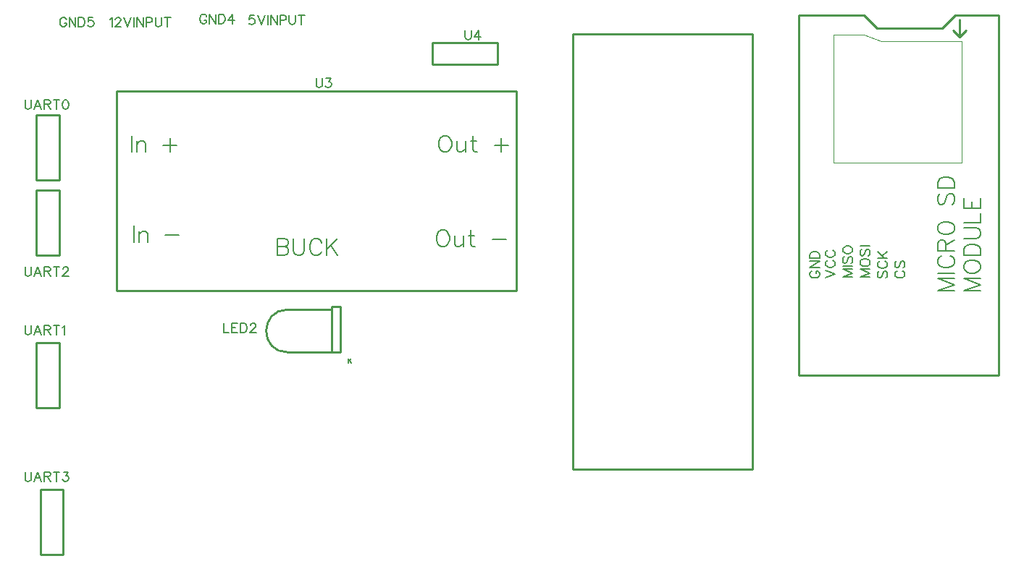
<source format=gto>
G04 Layer: TopSilkscreenLayer*
G04 EasyEDA v6.5.9, 2022-08-08 08:54:15*
G04 dbf975fc70ca49248872ab73744ea534,d11c6626c55947548156d30ff75eed07,10*
G04 Gerber Generator version 0.2*
G04 Scale: 100 percent, Rotated: No, Reflected: No *
G04 Dimensions in millimeters *
G04 leading zeros omitted , absolute positions ,4 integer and 5 decimal *
%FSLAX45Y45*%
%MOMM*%

%ADD10C,0.2030*%
%ADD11C,0.2032*%
%ADD12C,0.1524*%
%ADD13C,0.1016*%
%ADD14C,0.2540*%
%ADD15C,0.0112*%

%LPD*%
D10*
X9405848Y3777498D02*
G01*
X9394926Y3772164D01*
X9384004Y3761242D01*
X9378416Y3750320D01*
X9378416Y3728476D01*
X9384004Y3717554D01*
X9394926Y3706632D01*
X9405848Y3701044D01*
X9422104Y3695710D01*
X9449282Y3695710D01*
X9465792Y3701044D01*
X9476714Y3706632D01*
X9487636Y3717554D01*
X9492970Y3728476D01*
X9492970Y3750320D01*
X9487636Y3761242D01*
X9476714Y3772164D01*
X9465792Y3777498D01*
X9449282Y3777498D01*
X9449282Y3750320D02*
G01*
X9449282Y3777498D01*
X9378416Y3813566D02*
G01*
X9492970Y3813566D01*
X9378416Y3813566D02*
G01*
X9492970Y3889766D01*
X9378416Y3889766D02*
G01*
X9492970Y3889766D01*
X9378416Y3925834D02*
G01*
X9492970Y3925834D01*
X9378416Y3925834D02*
G01*
X9378416Y3963934D01*
X9384004Y3980444D01*
X9394926Y3991366D01*
X9405848Y3996700D01*
X9422104Y4002288D01*
X9449282Y4002288D01*
X9465792Y3996700D01*
X9476714Y3991366D01*
X9487636Y3980444D01*
X9492970Y3963934D01*
X9492970Y3925834D01*
D11*
X9561047Y3695684D02*
G01*
X9675601Y3739372D01*
X9561047Y3783060D02*
G01*
X9675601Y3739372D01*
X9588479Y3900662D02*
G01*
X9577557Y3895328D01*
X9566635Y3884406D01*
X9561047Y3873484D01*
X9561047Y3851640D01*
X9566635Y3840718D01*
X9577557Y3829796D01*
X9588479Y3824462D01*
X9604735Y3818874D01*
X9631913Y3818874D01*
X9648423Y3824462D01*
X9659345Y3829796D01*
X9670267Y3840718D01*
X9675601Y3851640D01*
X9675601Y3873484D01*
X9670267Y3884406D01*
X9659345Y3895328D01*
X9648423Y3900662D01*
X9588479Y4018518D02*
G01*
X9577557Y4013184D01*
X9566635Y4002262D01*
X9561047Y3991340D01*
X9561047Y3969496D01*
X9566635Y3958574D01*
X9577557Y3947652D01*
X9588479Y3942318D01*
X9604735Y3936730D01*
X9631913Y3936730D01*
X9648423Y3942318D01*
X9659345Y3947652D01*
X9670267Y3958574D01*
X9675601Y3969496D01*
X9675601Y3991340D01*
X9670267Y4002262D01*
X9659345Y4013184D01*
X9648423Y4018518D01*
X9764247Y3708384D02*
G01*
X9878801Y3708384D01*
X9764247Y3708384D02*
G01*
X9878801Y3752072D01*
X9764247Y3795760D02*
G01*
X9878801Y3752072D01*
X9764247Y3795760D02*
G01*
X9878801Y3795760D01*
X9764247Y3831574D02*
G01*
X9878801Y3831574D01*
X9780757Y3944096D02*
G01*
X9769835Y3933174D01*
X9764247Y3916664D01*
X9764247Y3894820D01*
X9769835Y3878564D01*
X9780757Y3867642D01*
X9791679Y3867642D01*
X9802601Y3873230D01*
X9807935Y3878564D01*
X9813523Y3889486D01*
X9824445Y3922252D01*
X9829779Y3933174D01*
X9835113Y3938508D01*
X9846035Y3944096D01*
X9862545Y3944096D01*
X9873467Y3933174D01*
X9878801Y3916664D01*
X9878801Y3894820D01*
X9873467Y3878564D01*
X9862545Y3867642D01*
X9764247Y4012676D02*
G01*
X9769835Y4001754D01*
X9780757Y3990832D01*
X9791679Y3985498D01*
X9807935Y3979910D01*
X9835113Y3979910D01*
X9851623Y3985498D01*
X9862545Y3990832D01*
X9873467Y4001754D01*
X9878801Y4012676D01*
X9878801Y4034520D01*
X9873467Y4045442D01*
X9862545Y4056364D01*
X9851623Y4061952D01*
X9835113Y4067286D01*
X9807935Y4067286D01*
X9791679Y4061952D01*
X9780757Y4056364D01*
X9769835Y4045442D01*
X9764247Y4034520D01*
X9764247Y4012676D01*
X9967447Y3708384D02*
G01*
X10082001Y3708384D01*
X9967447Y3708384D02*
G01*
X10082001Y3752072D01*
X9967447Y3795760D02*
G01*
X10082001Y3752072D01*
X9967447Y3795760D02*
G01*
X10082001Y3795760D01*
X9967447Y3864340D02*
G01*
X9973035Y3853418D01*
X9983957Y3842496D01*
X9994879Y3837162D01*
X10011135Y3831574D01*
X10038313Y3831574D01*
X10054823Y3837162D01*
X10065745Y3842496D01*
X10076667Y3853418D01*
X10082001Y3864340D01*
X10082001Y3886184D01*
X10076667Y3897106D01*
X10065745Y3908028D01*
X10054823Y3913362D01*
X10038313Y3918950D01*
X10011135Y3918950D01*
X9994879Y3913362D01*
X9983957Y3908028D01*
X9973035Y3897106D01*
X9967447Y3886184D01*
X9967447Y3864340D01*
X9983957Y4031218D02*
G01*
X9973035Y4020296D01*
X9967447Y4004040D01*
X9967447Y3982196D01*
X9973035Y3965940D01*
X9983957Y3955018D01*
X9994879Y3955018D01*
X10005801Y3960352D01*
X10011135Y3965940D01*
X10016723Y3976862D01*
X10027645Y4009374D01*
X10032979Y4020296D01*
X10038313Y4025884D01*
X10049235Y4031218D01*
X10065745Y4031218D01*
X10076667Y4020296D01*
X10082001Y4004040D01*
X10082001Y3982196D01*
X10076667Y3965940D01*
X10065745Y3955018D01*
X9967447Y4067286D02*
G01*
X10082001Y4067286D01*
X10187157Y3772138D02*
G01*
X10176235Y3761216D01*
X10170647Y3744706D01*
X10170647Y3722862D01*
X10176235Y3706606D01*
X10187157Y3695684D01*
X10198079Y3695684D01*
X10209001Y3701018D01*
X10214335Y3706606D01*
X10219923Y3717528D01*
X10230845Y3750294D01*
X10236179Y3761216D01*
X10241513Y3766550D01*
X10252435Y3772138D01*
X10268945Y3772138D01*
X10279867Y3761216D01*
X10285201Y3744706D01*
X10285201Y3722862D01*
X10279867Y3706606D01*
X10268945Y3695684D01*
X10198079Y3889740D02*
G01*
X10187157Y3884406D01*
X10176235Y3873484D01*
X10170647Y3862562D01*
X10170647Y3840718D01*
X10176235Y3829796D01*
X10187157Y3818874D01*
X10198079Y3813540D01*
X10214335Y3807952D01*
X10241513Y3807952D01*
X10258023Y3813540D01*
X10268945Y3818874D01*
X10279867Y3829796D01*
X10285201Y3840718D01*
X10285201Y3862562D01*
X10279867Y3873484D01*
X10268945Y3884406D01*
X10258023Y3889740D01*
X10170647Y3925808D02*
G01*
X10285201Y3925808D01*
X10170647Y4002262D02*
G01*
X10247101Y3925808D01*
X10219923Y3953240D02*
G01*
X10285201Y4002262D01*
X10401279Y3777472D02*
G01*
X10390357Y3772138D01*
X10379435Y3761216D01*
X10373847Y3750294D01*
X10373847Y3728450D01*
X10379435Y3717528D01*
X10390357Y3706606D01*
X10401279Y3701018D01*
X10417535Y3695684D01*
X10444713Y3695684D01*
X10461223Y3701018D01*
X10472145Y3706606D01*
X10483067Y3717528D01*
X10488401Y3728450D01*
X10488401Y3750294D01*
X10483067Y3761216D01*
X10472145Y3772138D01*
X10461223Y3777472D01*
X10390357Y3889740D02*
G01*
X10379435Y3879072D01*
X10373847Y3862562D01*
X10373847Y3840718D01*
X10379435Y3824462D01*
X10390357Y3813540D01*
X10401279Y3813540D01*
X10412201Y3818874D01*
X10417535Y3824462D01*
X10423123Y3835384D01*
X10434045Y3868150D01*
X10439379Y3879072D01*
X10444713Y3884406D01*
X10455635Y3889740D01*
X10472145Y3889740D01*
X10483067Y3879072D01*
X10488401Y3862562D01*
X10488401Y3840718D01*
X10483067Y3824462D01*
X10472145Y3813540D01*
X10874735Y3543284D02*
G01*
X11068537Y3543284D01*
X10874735Y3543284D02*
G01*
X11068537Y3617198D01*
X10874735Y3691112D02*
G01*
X11068537Y3617198D01*
X10874735Y3691112D02*
G01*
X11068537Y3691112D01*
X10874735Y3752072D02*
G01*
X11068537Y3752072D01*
X10920709Y3951462D02*
G01*
X10902421Y3942318D01*
X10883879Y3923776D01*
X10874735Y3905234D01*
X10874735Y3868404D01*
X10883879Y3849862D01*
X10902421Y3831574D01*
X10920709Y3822176D01*
X10948649Y3813032D01*
X10994623Y3813032D01*
X11022309Y3822176D01*
X11040851Y3831574D01*
X11059393Y3849862D01*
X11068537Y3868404D01*
X11068537Y3905234D01*
X11059393Y3923776D01*
X11040851Y3942318D01*
X11022309Y3951462D01*
X10874735Y4012422D02*
G01*
X11068537Y4012422D01*
X10874735Y4012422D02*
G01*
X10874735Y4095734D01*
X10883879Y4123420D01*
X10893023Y4132564D01*
X10911565Y4141708D01*
X10930107Y4141708D01*
X10948649Y4132564D01*
X10957793Y4123420D01*
X10966937Y4095734D01*
X10966937Y4012422D01*
X10966937Y4077192D02*
G01*
X11068537Y4141708D01*
X10874735Y4258294D02*
G01*
X10883879Y4239752D01*
X10902421Y4221210D01*
X10920709Y4212066D01*
X10948649Y4202668D01*
X10994623Y4202668D01*
X11022309Y4212066D01*
X11040851Y4221210D01*
X11059393Y4239752D01*
X11068537Y4258294D01*
X11068537Y4295124D01*
X11059393Y4313666D01*
X11040851Y4331954D01*
X11022309Y4341352D01*
X10994623Y4350496D01*
X10948649Y4350496D01*
X10920709Y4341352D01*
X10902421Y4331954D01*
X10883879Y4313666D01*
X10874735Y4295124D01*
X10874735Y4258294D01*
X10902421Y4682982D02*
G01*
X10883879Y4664694D01*
X10874735Y4636754D01*
X10874735Y4599924D01*
X10883879Y4572238D01*
X10902421Y4553696D01*
X10920709Y4553696D01*
X10939251Y4563094D01*
X10948649Y4572238D01*
X10957793Y4590780D01*
X10976335Y4646152D01*
X10985479Y4664694D01*
X10994623Y4673838D01*
X11013165Y4682982D01*
X11040851Y4682982D01*
X11059393Y4664694D01*
X11068537Y4636754D01*
X11068537Y4599924D01*
X11059393Y4572238D01*
X11040851Y4553696D01*
X10874735Y4743942D02*
G01*
X11068537Y4743942D01*
X10874735Y4743942D02*
G01*
X10874735Y4808712D01*
X10883879Y4836398D01*
X10902421Y4854940D01*
X10920709Y4864084D01*
X10948649Y4873228D01*
X10994623Y4873228D01*
X11022309Y4864084D01*
X11040851Y4854940D01*
X11059393Y4836398D01*
X11068537Y4808712D01*
X11068537Y4743942D01*
X11179535Y3543284D02*
G01*
X11373337Y3543284D01*
X11179535Y3543284D02*
G01*
X11373337Y3617198D01*
X11179535Y3691112D02*
G01*
X11373337Y3617198D01*
X11179535Y3691112D02*
G01*
X11373337Y3691112D01*
X11179535Y3807444D02*
G01*
X11188679Y3788902D01*
X11207221Y3770614D01*
X11225509Y3761216D01*
X11253449Y3752072D01*
X11299423Y3752072D01*
X11327109Y3761216D01*
X11345651Y3770614D01*
X11364193Y3788902D01*
X11373337Y3807444D01*
X11373337Y3844274D01*
X11364193Y3862816D01*
X11345651Y3881358D01*
X11327109Y3890502D01*
X11299423Y3899900D01*
X11253449Y3899900D01*
X11225509Y3890502D01*
X11207221Y3881358D01*
X11188679Y3862816D01*
X11179535Y3844274D01*
X11179535Y3807444D01*
X11179535Y3960860D02*
G01*
X11373337Y3960860D01*
X11179535Y3960860D02*
G01*
X11179535Y4025376D01*
X11188679Y4053062D01*
X11207221Y4071604D01*
X11225509Y4080748D01*
X11253449Y4090146D01*
X11299423Y4090146D01*
X11327109Y4080748D01*
X11345651Y4071604D01*
X11364193Y4053062D01*
X11373337Y4025376D01*
X11373337Y3960860D01*
X11179535Y4151106D02*
G01*
X11317965Y4151106D01*
X11345651Y4160250D01*
X11364193Y4178792D01*
X11373337Y4206478D01*
X11373337Y4225020D01*
X11364193Y4252706D01*
X11345651Y4270994D01*
X11317965Y4280392D01*
X11179535Y4280392D01*
X11179535Y4341352D02*
G01*
X11373337Y4341352D01*
X11373337Y4341352D02*
G01*
X11373337Y4452096D01*
X11179535Y4513056D02*
G01*
X11373337Y4513056D01*
X11179535Y4513056D02*
G01*
X11179535Y4633198D01*
X11271737Y4513056D02*
G01*
X11271737Y4586970D01*
X11373337Y4513056D02*
G01*
X11373337Y4633198D01*
D12*
X203222Y5779521D02*
G01*
X203222Y5701543D01*
X208302Y5686049D01*
X218716Y5675635D01*
X234464Y5670555D01*
X244878Y5670555D01*
X260372Y5675635D01*
X270786Y5686049D01*
X275866Y5701543D01*
X275866Y5779521D01*
X351812Y5779521D02*
G01*
X310156Y5670555D01*
X351812Y5779521D02*
G01*
X393468Y5670555D01*
X325904Y5706877D02*
G01*
X377720Y5706877D01*
X427758Y5779521D02*
G01*
X427758Y5670555D01*
X427758Y5779521D02*
G01*
X474494Y5779521D01*
X489988Y5774441D01*
X495068Y5769107D01*
X500402Y5758693D01*
X500402Y5748279D01*
X495068Y5737865D01*
X489988Y5732785D01*
X474494Y5727705D01*
X427758Y5727705D01*
X464080Y5727705D02*
G01*
X500402Y5670555D01*
X571014Y5779521D02*
G01*
X571014Y5670555D01*
X534692Y5779521D02*
G01*
X607336Y5779521D01*
X672868Y5779521D02*
G01*
X657374Y5774441D01*
X646960Y5758693D01*
X641626Y5732785D01*
X641626Y5717291D01*
X646960Y5691129D01*
X657374Y5675635D01*
X672868Y5670555D01*
X683282Y5670555D01*
X698776Y5675635D01*
X709190Y5691129D01*
X714524Y5717291D01*
X714524Y5732785D01*
X709190Y5758693D01*
X698776Y5774441D01*
X683282Y5779521D01*
X672868Y5779521D01*
X203225Y3137893D02*
G01*
X203225Y3059915D01*
X208305Y3044421D01*
X218719Y3034007D01*
X234467Y3028927D01*
X244881Y3028927D01*
X260375Y3034007D01*
X270789Y3044421D01*
X275869Y3059915D01*
X275869Y3137893D01*
X351815Y3137893D02*
G01*
X310159Y3028927D01*
X351815Y3137893D02*
G01*
X393471Y3028927D01*
X325907Y3065249D02*
G01*
X377723Y3065249D01*
X427761Y3137893D02*
G01*
X427761Y3028927D01*
X427761Y3137893D02*
G01*
X474497Y3137893D01*
X489991Y3132813D01*
X495071Y3127479D01*
X500405Y3117065D01*
X500405Y3106651D01*
X495071Y3096237D01*
X489991Y3091157D01*
X474497Y3086077D01*
X427761Y3086077D01*
X464083Y3086077D02*
G01*
X500405Y3028927D01*
X571017Y3137893D02*
G01*
X571017Y3028927D01*
X534695Y3137893D02*
G01*
X607339Y3137893D01*
X641629Y3117065D02*
G01*
X652043Y3122399D01*
X667791Y3137893D01*
X667791Y3028927D01*
X203222Y3823705D02*
G01*
X203222Y3745727D01*
X208302Y3730233D01*
X218716Y3719819D01*
X234464Y3714739D01*
X244878Y3714739D01*
X260372Y3719819D01*
X270786Y3730233D01*
X275866Y3745727D01*
X275866Y3823705D01*
X351812Y3823705D02*
G01*
X310156Y3714739D01*
X351812Y3823705D02*
G01*
X393468Y3714739D01*
X325904Y3751061D02*
G01*
X377720Y3751061D01*
X427758Y3823705D02*
G01*
X427758Y3714739D01*
X427758Y3823705D02*
G01*
X474494Y3823705D01*
X489988Y3818625D01*
X495068Y3813291D01*
X500402Y3802877D01*
X500402Y3792463D01*
X495068Y3782049D01*
X489988Y3776969D01*
X474494Y3771889D01*
X427758Y3771889D01*
X464080Y3771889D02*
G01*
X500402Y3714739D01*
X571014Y3823705D02*
G01*
X571014Y3714739D01*
X534692Y3823705D02*
G01*
X607336Y3823705D01*
X646960Y3797797D02*
G01*
X646960Y3802877D01*
X652040Y3813291D01*
X657374Y3818625D01*
X667788Y3823705D01*
X688362Y3823705D01*
X698776Y3818625D01*
X704110Y3813291D01*
X709190Y3802877D01*
X709190Y3792463D01*
X704110Y3782049D01*
X693696Y3766555D01*
X641626Y3714739D01*
X714524Y3714739D01*
X203225Y1423410D02*
G01*
X203225Y1345432D01*
X208305Y1329938D01*
X218719Y1319524D01*
X234467Y1314444D01*
X244881Y1314444D01*
X260375Y1319524D01*
X270789Y1329938D01*
X275869Y1345432D01*
X275869Y1423410D01*
X351815Y1423410D02*
G01*
X310159Y1314444D01*
X351815Y1423410D02*
G01*
X393471Y1314444D01*
X325907Y1350766D02*
G01*
X377723Y1350766D01*
X427761Y1423410D02*
G01*
X427761Y1314444D01*
X427761Y1423410D02*
G01*
X474497Y1423410D01*
X489991Y1418330D01*
X495071Y1412996D01*
X500405Y1402582D01*
X500405Y1392168D01*
X495071Y1381754D01*
X489991Y1376674D01*
X474497Y1371594D01*
X427761Y1371594D01*
X464083Y1371594D02*
G01*
X500405Y1314444D01*
X571017Y1423410D02*
G01*
X571017Y1314444D01*
X534695Y1423410D02*
G01*
X607339Y1423410D01*
X652043Y1423410D02*
G01*
X709193Y1423410D01*
X677951Y1381754D01*
X693699Y1381754D01*
X704113Y1376674D01*
X709193Y1371594D01*
X714527Y1355846D01*
X714527Y1345432D01*
X709193Y1329938D01*
X698779Y1319524D01*
X683285Y1314444D01*
X667791Y1314444D01*
X652043Y1319524D01*
X646963Y1324604D01*
X641629Y1335018D01*
X1193794Y6723877D02*
G01*
X1204208Y6729211D01*
X1219702Y6744705D01*
X1219702Y6635739D01*
X1259326Y6718797D02*
G01*
X1259326Y6723877D01*
X1264406Y6734291D01*
X1269740Y6739625D01*
X1280154Y6744705D01*
X1300728Y6744705D01*
X1311142Y6739625D01*
X1316476Y6734291D01*
X1321556Y6723877D01*
X1321556Y6713463D01*
X1316476Y6703049D01*
X1306062Y6687555D01*
X1253992Y6635739D01*
X1326890Y6635739D01*
X1361180Y6744705D02*
G01*
X1402582Y6635739D01*
X1444238Y6744705D02*
G01*
X1402582Y6635739D01*
X1478528Y6744705D02*
G01*
X1478528Y6635739D01*
X1512818Y6744705D02*
G01*
X1512818Y6635739D01*
X1512818Y6744705D02*
G01*
X1585462Y6635739D01*
X1585462Y6744705D02*
G01*
X1585462Y6635739D01*
X1619752Y6744705D02*
G01*
X1619752Y6635739D01*
X1619752Y6744705D02*
G01*
X1666488Y6744705D01*
X1682236Y6739625D01*
X1687316Y6734291D01*
X1692650Y6723877D01*
X1692650Y6708383D01*
X1687316Y6697969D01*
X1682236Y6692889D01*
X1666488Y6687555D01*
X1619752Y6687555D01*
X1726940Y6744705D02*
G01*
X1726940Y6666727D01*
X1732020Y6651233D01*
X1742434Y6640819D01*
X1757928Y6635739D01*
X1768342Y6635739D01*
X1784090Y6640819D01*
X1794504Y6651233D01*
X1799584Y6666727D01*
X1799584Y6744705D01*
X1870196Y6744705D02*
G01*
X1870196Y6635739D01*
X1833874Y6744705D02*
G01*
X1906518Y6744705D01*
X2881624Y6770103D02*
G01*
X2829808Y6770103D01*
X2824474Y6723367D01*
X2829808Y6728447D01*
X2845302Y6733781D01*
X2861050Y6733781D01*
X2876544Y6728447D01*
X2886958Y6718287D01*
X2892038Y6702539D01*
X2892038Y6692125D01*
X2886958Y6676631D01*
X2876544Y6666217D01*
X2861050Y6661137D01*
X2845302Y6661137D01*
X2829808Y6666217D01*
X2824474Y6671297D01*
X2819394Y6681711D01*
X2926328Y6770103D02*
G01*
X2967984Y6661137D01*
X3009640Y6770103D02*
G01*
X2967984Y6661137D01*
X3043930Y6770103D02*
G01*
X3043930Y6661137D01*
X3078220Y6770103D02*
G01*
X3078220Y6661137D01*
X3078220Y6770103D02*
G01*
X3150864Y6661137D01*
X3150864Y6770103D02*
G01*
X3150864Y6661137D01*
X3185154Y6770103D02*
G01*
X3185154Y6661137D01*
X3185154Y6770103D02*
G01*
X3231890Y6770103D01*
X3247384Y6765023D01*
X3252718Y6759689D01*
X3257798Y6749275D01*
X3257798Y6733781D01*
X3252718Y6723367D01*
X3247384Y6718287D01*
X3231890Y6712953D01*
X3185154Y6712953D01*
X3292088Y6770103D02*
G01*
X3292088Y6692125D01*
X3297422Y6676631D01*
X3307836Y6666217D01*
X3323330Y6661137D01*
X3333744Y6661137D01*
X3349238Y6666217D01*
X3359652Y6676631D01*
X3364986Y6692125D01*
X3364986Y6770103D01*
X3435598Y6770103D02*
G01*
X3435598Y6661137D01*
X3399276Y6770103D02*
G01*
X3471920Y6770103D01*
X2527287Y3163305D02*
G01*
X2527287Y3054339D01*
X2527287Y3054339D02*
G01*
X2589517Y3054339D01*
X2623807Y3163305D02*
G01*
X2623807Y3054339D01*
X2623807Y3163305D02*
G01*
X2691371Y3163305D01*
X2623807Y3111489D02*
G01*
X2665463Y3111489D01*
X2623807Y3054339D02*
G01*
X2691371Y3054339D01*
X2725661Y3163305D02*
G01*
X2725661Y3054339D01*
X2725661Y3163305D02*
G01*
X2762237Y3163305D01*
X2777731Y3158225D01*
X2788145Y3147811D01*
X2793225Y3137397D01*
X2798559Y3121649D01*
X2798559Y3095741D01*
X2793225Y3080247D01*
X2788145Y3069833D01*
X2777731Y3059419D01*
X2762237Y3054339D01*
X2725661Y3054339D01*
X2837929Y3137397D02*
G01*
X2837929Y3142477D01*
X2843263Y3152891D01*
X2848343Y3158225D01*
X2858757Y3163305D01*
X2879585Y3163305D01*
X2889999Y3158225D01*
X2895079Y3152891D01*
X2900413Y3142477D01*
X2900413Y3132063D01*
X2895079Y3121649D01*
X2884665Y3106155D01*
X2832849Y3054339D01*
X2905493Y3054339D01*
X3985252Y2745480D02*
G01*
X3985252Y2696966D01*
X4017510Y2745480D02*
G01*
X3985252Y2713222D01*
X3996682Y2724652D02*
G01*
X4017510Y2696966D01*
X3606797Y6033505D02*
G01*
X3606797Y5955527D01*
X3611877Y5940033D01*
X3622291Y5929619D01*
X3638039Y5924539D01*
X3648453Y5924539D01*
X3663947Y5929619D01*
X3674361Y5940033D01*
X3679441Y5955527D01*
X3679441Y6033505D01*
X3724145Y6033505D02*
G01*
X3781295Y6033505D01*
X3750307Y5991849D01*
X3765801Y5991849D01*
X3776215Y5986769D01*
X3781295Y5981689D01*
X3786629Y5965941D01*
X3786629Y5955527D01*
X3781295Y5940033D01*
X3770881Y5929619D01*
X3755387Y5924539D01*
X3739893Y5924539D01*
X3724145Y5929619D01*
X3719065Y5934699D01*
X3713731Y5945113D01*
D11*
X1447797Y5361167D02*
G01*
X1447797Y5167365D01*
X1508757Y5296651D02*
G01*
X1508757Y5167365D01*
X1508757Y5259567D02*
G01*
X1536443Y5287253D01*
X1554985Y5296651D01*
X1582671Y5296651D01*
X1601213Y5287253D01*
X1610357Y5259567D01*
X1610357Y5167365D01*
X1896615Y5333481D02*
G01*
X1896615Y5167365D01*
X1813557Y5250423D02*
G01*
X1979927Y5250423D01*
X1473197Y4307067D02*
G01*
X1473197Y4113265D01*
X1534157Y4242551D02*
G01*
X1534157Y4113265D01*
X1534157Y4205467D02*
G01*
X1561843Y4233153D01*
X1580385Y4242551D01*
X1608071Y4242551D01*
X1626613Y4233153D01*
X1635757Y4205467D01*
X1635757Y4113265D01*
X1838957Y4196323D02*
G01*
X2005327Y4196323D01*
X5097269Y5361167D02*
G01*
X5078727Y5352023D01*
X5060439Y5333481D01*
X5051041Y5314939D01*
X5041897Y5287253D01*
X5041897Y5241279D01*
X5051041Y5213339D01*
X5060439Y5195051D01*
X5078727Y5176509D01*
X5097269Y5167365D01*
X5134353Y5167365D01*
X5152641Y5176509D01*
X5171183Y5195051D01*
X5180327Y5213339D01*
X5189725Y5241279D01*
X5189725Y5287253D01*
X5180327Y5314939D01*
X5171183Y5333481D01*
X5152641Y5352023D01*
X5134353Y5361167D01*
X5097269Y5361167D01*
X5250685Y5296651D02*
G01*
X5250685Y5204195D01*
X5259829Y5176509D01*
X5278371Y5167365D01*
X5306057Y5167365D01*
X5324599Y5176509D01*
X5352285Y5204195D01*
X5352285Y5296651D02*
G01*
X5352285Y5167365D01*
X5440931Y5361167D02*
G01*
X5440931Y5204195D01*
X5450075Y5176509D01*
X5468617Y5167365D01*
X5487159Y5167365D01*
X5413245Y5296651D02*
G01*
X5477761Y5296651D01*
X5773417Y5333481D02*
G01*
X5773417Y5167365D01*
X5690359Y5250423D02*
G01*
X5856475Y5250423D01*
X5071869Y4256267D02*
G01*
X5053327Y4247123D01*
X5035039Y4228581D01*
X5025641Y4210039D01*
X5016497Y4182353D01*
X5016497Y4136379D01*
X5025641Y4108439D01*
X5035039Y4090151D01*
X5053327Y4071609D01*
X5071869Y4062465D01*
X5108953Y4062465D01*
X5127241Y4071609D01*
X5145783Y4090151D01*
X5154927Y4108439D01*
X5164325Y4136379D01*
X5164325Y4182353D01*
X5154927Y4210039D01*
X5145783Y4228581D01*
X5127241Y4247123D01*
X5108953Y4256267D01*
X5071869Y4256267D01*
X5225285Y4191751D02*
G01*
X5225285Y4099295D01*
X5234429Y4071609D01*
X5252971Y4062465D01*
X5280657Y4062465D01*
X5299199Y4071609D01*
X5326885Y4099295D01*
X5326885Y4191751D02*
G01*
X5326885Y4062465D01*
X5415531Y4256267D02*
G01*
X5415531Y4099295D01*
X5424675Y4071609D01*
X5443217Y4062465D01*
X5461759Y4062465D01*
X5387845Y4191751D02*
G01*
X5452361Y4191751D01*
X5664959Y4145523D02*
G01*
X5831075Y4145523D01*
X3149597Y4154667D02*
G01*
X3149597Y3960865D01*
X3149597Y4154667D02*
G01*
X3232655Y4154667D01*
X3260341Y4145523D01*
X3269739Y4136379D01*
X3278883Y4117837D01*
X3278883Y4099295D01*
X3269739Y4080753D01*
X3260341Y4071609D01*
X3232655Y4062465D01*
X3149597Y4062465D02*
G01*
X3232655Y4062465D01*
X3260341Y4053067D01*
X3269739Y4043923D01*
X3278883Y4025381D01*
X3278883Y3997695D01*
X3269739Y3979153D01*
X3260341Y3970009D01*
X3232655Y3960865D01*
X3149597Y3960865D01*
X3339843Y4154667D02*
G01*
X3339843Y4016237D01*
X3348987Y3988551D01*
X3367529Y3970009D01*
X3395215Y3960865D01*
X3413757Y3960865D01*
X3441443Y3970009D01*
X3459985Y3988551D01*
X3469129Y4016237D01*
X3469129Y4154667D01*
X3668773Y4108439D02*
G01*
X3659375Y4126981D01*
X3641087Y4145523D01*
X3622545Y4154667D01*
X3585461Y4154667D01*
X3567173Y4145523D01*
X3548631Y4126981D01*
X3539487Y4108439D01*
X3530089Y4080753D01*
X3530089Y4034779D01*
X3539487Y4006839D01*
X3548631Y3988551D01*
X3567173Y3970009D01*
X3585461Y3960865D01*
X3622545Y3960865D01*
X3641087Y3970009D01*
X3659375Y3988551D01*
X3668773Y4006839D01*
X3729733Y4154667D02*
G01*
X3729733Y3960865D01*
X3859019Y4154667D02*
G01*
X3729733Y4025381D01*
X3775707Y4071609D02*
G01*
X3859019Y3960865D01*
D12*
X2325877Y6756908D02*
G01*
X2320543Y6767321D01*
X2310129Y6777736D01*
X2299970Y6782815D01*
X2279141Y6782815D01*
X2268727Y6777736D01*
X2258313Y6767321D01*
X2252979Y6756908D01*
X2247900Y6741160D01*
X2247900Y6715252D01*
X2252979Y6699758D01*
X2258313Y6689344D01*
X2268727Y6678929D01*
X2279141Y6673595D01*
X2299970Y6673595D01*
X2310129Y6678929D01*
X2320543Y6689344D01*
X2325877Y6699758D01*
X2325877Y6715252D01*
X2299970Y6715252D02*
G01*
X2325877Y6715252D01*
X2360168Y6782815D02*
G01*
X2360168Y6673595D01*
X2360168Y6782815D02*
G01*
X2432811Y6673595D01*
X2432811Y6782815D02*
G01*
X2432811Y6673595D01*
X2467102Y6782815D02*
G01*
X2467102Y6673595D01*
X2467102Y6782815D02*
G01*
X2503424Y6782815D01*
X2519172Y6777736D01*
X2529586Y6767321D01*
X2534665Y6756908D01*
X2540000Y6741160D01*
X2540000Y6715252D01*
X2534665Y6699758D01*
X2529586Y6689344D01*
X2519172Y6678929D01*
X2503424Y6673595D01*
X2467102Y6673595D01*
X2626106Y6782815D02*
G01*
X2574290Y6710171D01*
X2652013Y6710171D01*
X2626106Y6782815D02*
G01*
X2626106Y6673595D01*
X687578Y6718808D02*
G01*
X682244Y6729221D01*
X671829Y6739636D01*
X661670Y6744715D01*
X640842Y6744715D01*
X630428Y6739636D01*
X620013Y6729221D01*
X614679Y6718808D01*
X609600Y6703060D01*
X609600Y6677152D01*
X614679Y6661658D01*
X620013Y6651244D01*
X630428Y6640829D01*
X640842Y6635495D01*
X661670Y6635495D01*
X671829Y6640829D01*
X682244Y6651244D01*
X687578Y6661658D01*
X687578Y6677152D01*
X661670Y6677152D02*
G01*
X687578Y6677152D01*
X721868Y6744715D02*
G01*
X721868Y6635495D01*
X721868Y6744715D02*
G01*
X794512Y6635495D01*
X794512Y6744715D02*
G01*
X794512Y6635495D01*
X828802Y6744715D02*
G01*
X828802Y6635495D01*
X828802Y6744715D02*
G01*
X865123Y6744715D01*
X880871Y6739636D01*
X891286Y6729221D01*
X896365Y6718808D01*
X901700Y6703060D01*
X901700Y6677152D01*
X896365Y6661658D01*
X891286Y6651244D01*
X880871Y6640829D01*
X865123Y6635495D01*
X828802Y6635495D01*
X998220Y6744715D02*
G01*
X946150Y6744715D01*
X941070Y6697979D01*
X946150Y6703060D01*
X961897Y6708394D01*
X977392Y6708394D01*
X993139Y6703060D01*
X1003300Y6692645D01*
X1008634Y6677152D01*
X1008634Y6666737D01*
X1003300Y6651244D01*
X993139Y6640829D01*
X977392Y6635495D01*
X961897Y6635495D01*
X946150Y6640829D01*
X941070Y6645910D01*
X935989Y6656323D01*
X5346689Y6592303D02*
G01*
X5346689Y6514325D01*
X5351769Y6498831D01*
X5362183Y6488417D01*
X5377931Y6483337D01*
X5388345Y6483337D01*
X5403839Y6488417D01*
X5414253Y6498831D01*
X5419333Y6514325D01*
X5419333Y6592303D01*
X5505693Y6592303D02*
G01*
X5453623Y6519659D01*
X5531601Y6519659D01*
X5505693Y6592303D02*
G01*
X5505693Y6483337D01*
D13*
X10210774Y6464292D02*
G01*
X10007574Y6540492D01*
X9651974Y6540492D01*
X9651974Y5041892D01*
X11150574Y5041892D01*
X11150574Y6464292D01*
X10210774Y6464292D01*
D14*
X9245574Y2552692D02*
G01*
X9245574Y6769092D01*
X10007574Y6769092D01*
X10159974Y6616692D01*
X10921974Y6616692D01*
X11074374Y6769092D01*
X11582374Y6769092D01*
X11582374Y2552692D01*
X9245574Y2552692D01*
X11201374Y6591292D02*
G01*
X11125174Y6515092D01*
X11048974Y6591292D01*
X11125174Y6718292D02*
G01*
X11125174Y6540492D01*
X6608069Y6550497D02*
G01*
X8708064Y6550497D01*
X8708064Y1450507D01*
X6608069Y1450507D01*
X6608069Y6550497D01*
X336550Y5600519D02*
G01*
X603250Y5600519D01*
X603250Y4838519D01*
X336550Y4838519D01*
X336550Y5600519D01*
X336550Y2933694D02*
G01*
X603250Y2933694D01*
X603250Y2171694D01*
X336550Y2171694D01*
X336550Y2933694D01*
X336550Y4724392D02*
G01*
X603250Y4724392D01*
X603250Y3962392D01*
X336550Y3962392D01*
X336550Y4724392D01*
X647545Y457194D02*
G01*
X380845Y457194D01*
X380845Y1219194D01*
X647545Y1219194D01*
X647545Y457194D01*
X3274052Y3322314D02*
G01*
X3792212Y3322314D01*
X3274052Y2824474D02*
G01*
X3792212Y2824474D01*
X3792212Y2824474D02*
G01*
X3893812Y2824474D01*
X3792212Y3362954D02*
G01*
X3792212Y2824474D01*
X3893812Y3362954D02*
G01*
X3893812Y2824474D01*
X3792212Y3362954D02*
G01*
X3893812Y3362954D01*
X1269997Y5880089D02*
G01*
X5943597Y5880089D01*
X5943597Y3543289D01*
X1269997Y3543289D01*
X1269997Y5880089D01*
X4965689Y6451587D02*
G01*
X5727689Y6451587D01*
X5727689Y6197587D01*
X4965689Y6197587D01*
X4965689Y6451587D01*
G75*
G01*
X3273054Y3323394D02*
G03*
X3273054Y2823395I0J-249999D01*
M02*

</source>
